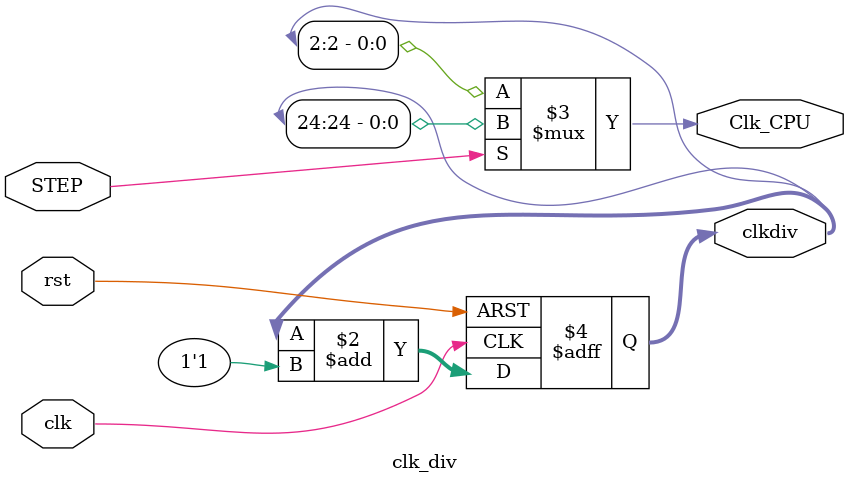
<source format=v>
`timescale 1ns / 1ps
module clk_div(input clk,
					input rst,
					input STEP,
					output reg[31:0]clkdiv,
					output Clk_CPU
					);
					
// Clock divider-Ê±ÖÓ·ÖÆµÆ÷


	always @ (posedge clk or posedge rst) begin 
		if (rst) clkdiv <= 0; else clkdiv <= clkdiv + 1'b1; end
		
	assign Clk_CPU=(STEP)? clkdiv[24] : clkdiv[2];
		
endmodule

</source>
